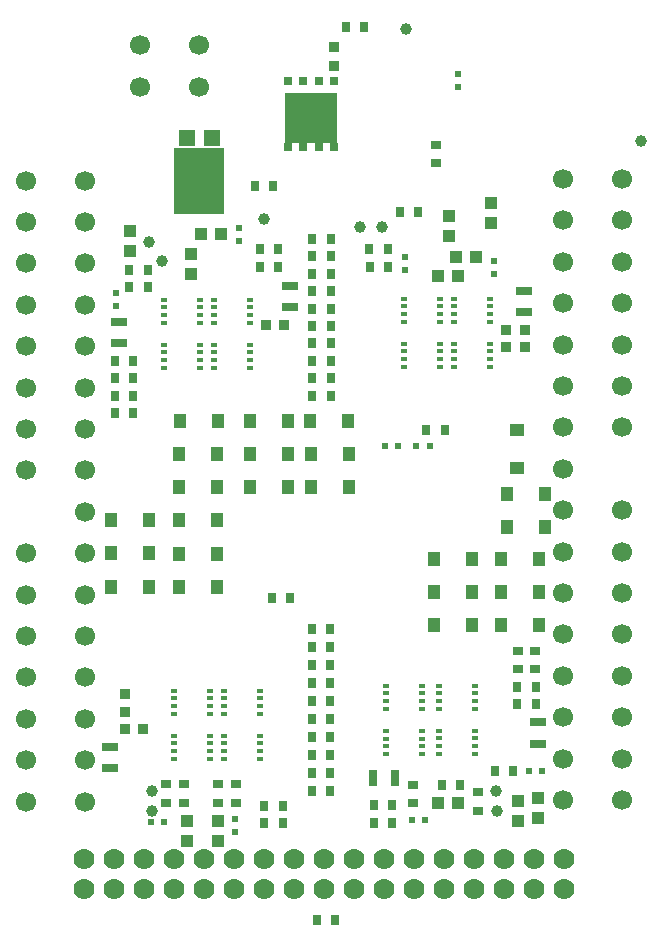
<source format=gbs>
G04 #@! TF.GenerationSoftware,KiCad,Pcbnew,(5.1.9)-1*
G04 #@! TF.CreationDate,2021-04-22T12:56:58-04:00*
G04 #@! TF.ProjectId,RoboRIO-IO-Link-Master,526f626f-5249-44f2-9d49-4f2d4c696e6b,rev?*
G04 #@! TF.SameCoordinates,Original*
G04 #@! TF.FileFunction,Soldermask,Bot*
G04 #@! TF.FilePolarity,Negative*
%FSLAX46Y46*%
G04 Gerber Fmt 4.6, Leading zero omitted, Abs format (unit mm)*
G04 Created by KiCad (PCBNEW (5.1.9)-1) date 2021-04-22 12:56:58*
%MOMM*%
%LPD*%
G01*
G04 APERTURE LIST*
%ADD10R,0.508000X0.406400*%
%ADD11R,0.558800X0.406400*%
%ADD12C,1.699999*%
%ADD13R,1.092200X1.193800*%
%ADD14C,1.778000*%
%ADD15R,1.397000X1.447800*%
%ADD16R,4.191000X5.613400*%
%ADD17C,1.000000*%
%ADD18R,0.500000X0.605600*%
%ADD19R,0.605600X0.500000*%
%ADD20R,1.100000X1.000000*%
%ADD21R,1.000000X1.100000*%
%ADD22R,0.870000X0.930000*%
%ADD23R,0.930000X0.870000*%
%ADD24R,4.510001X4.295000*%
%ADD25R,0.675000X0.655000*%
%ADD26R,0.675000X0.750001*%
%ADD27R,0.812800X0.762000*%
%ADD28R,0.762000X0.812800*%
%ADD29R,0.803200X1.450000*%
%ADD30R,1.450000X0.803200*%
%ADD31R,1.193800X1.092200*%
G04 APERTURE END LIST*
D10*
X45002300Y-89570199D03*
X45002300Y-88920201D03*
X45002300Y-88270199D03*
X45002300Y-87620201D03*
D11*
X41967300Y-87620201D03*
X41967300Y-88270199D03*
X41967300Y-88920201D03*
X41967300Y-89570199D03*
D10*
X46183700Y-87620201D03*
X46183700Y-88270199D03*
X46183700Y-88920201D03*
X46183700Y-89570199D03*
D11*
X49218700Y-89570199D03*
X49218700Y-88920201D03*
X49218700Y-88270199D03*
X49218700Y-87620201D03*
D10*
X46183700Y-91430201D03*
X46183700Y-92080199D03*
X46183700Y-92730201D03*
X46183700Y-93380199D03*
D11*
X49218700Y-93380199D03*
X49218700Y-92730201D03*
X49218700Y-92080199D03*
X49218700Y-91430201D03*
D10*
X45002300Y-93380199D03*
X45002300Y-92730201D03*
X45002300Y-92080199D03*
X45002300Y-91430201D03*
D11*
X41967300Y-91430201D03*
X41967300Y-92080199D03*
X41967300Y-92730201D03*
X41967300Y-93380199D03*
D10*
X66503700Y-87518601D03*
X66503700Y-88168599D03*
X66503700Y-88818601D03*
X66503700Y-89468599D03*
D11*
X69538700Y-89468599D03*
X69538700Y-88818601D03*
X69538700Y-88168599D03*
X69538700Y-87518601D03*
D10*
X65322300Y-89468599D03*
X65322300Y-88818601D03*
X65322300Y-88168599D03*
X65322300Y-87518601D03*
D11*
X62287300Y-87518601D03*
X62287300Y-88168599D03*
X62287300Y-88818601D03*
X62287300Y-89468599D03*
D10*
X65322300Y-93278599D03*
X65322300Y-92628601D03*
X65322300Y-91978599D03*
X65322300Y-91328601D03*
D11*
X62287300Y-91328601D03*
X62287300Y-91978599D03*
X62287300Y-92628601D03*
X62287300Y-93278599D03*
D10*
X66503700Y-91328601D03*
X66503700Y-91978599D03*
X66503700Y-92628601D03*
X66503700Y-93278599D03*
D11*
X69538700Y-93278599D03*
X69538700Y-92628601D03*
X69538700Y-91978599D03*
X69538700Y-91328601D03*
D10*
X65284500Y-120284601D03*
X65284500Y-120934599D03*
X65284500Y-121584601D03*
X65284500Y-122234599D03*
D11*
X68319500Y-122234599D03*
X68319500Y-121584601D03*
X68319500Y-120934599D03*
X68319500Y-120284601D03*
D12*
X80720006Y-94927997D03*
X75720006Y-91427999D03*
X75720006Y-101938397D03*
X80720006Y-87917597D03*
X80720006Y-84417599D03*
X75720006Y-98438399D03*
X75720006Y-80907197D03*
X75720006Y-87917597D03*
X80720006Y-98438399D03*
X80720006Y-80907197D03*
X75720006Y-84417599D03*
X75720006Y-77407199D03*
X80720006Y-77407199D03*
X75720006Y-94927997D03*
X80720006Y-91427999D03*
X80720006Y-108948797D03*
X75720006Y-105448799D03*
X75720006Y-115959197D03*
X75720006Y-112459199D03*
X80720006Y-115959197D03*
X80720006Y-112459199D03*
X75720006Y-108948797D03*
X80720006Y-105448799D03*
X75720006Y-122969597D03*
X75720006Y-119469599D03*
X80720006Y-122969597D03*
X80720006Y-119469599D03*
X75720006Y-129979997D03*
X80720006Y-129979997D03*
X80720006Y-126479999D03*
X75720006Y-126479999D03*
D10*
X65284500Y-124120001D03*
X65284500Y-124769999D03*
X65284500Y-125420001D03*
X65284500Y-126069999D03*
D11*
X68319500Y-126069999D03*
X68319500Y-125420001D03*
X68319500Y-124769999D03*
X68319500Y-124120001D03*
D10*
X63798300Y-126095399D03*
X63798300Y-125445401D03*
X63798300Y-124795399D03*
X63798300Y-124145401D03*
D11*
X60763300Y-124145401D03*
X60763300Y-124795399D03*
X60763300Y-125445401D03*
X60763300Y-126095399D03*
D10*
X63798300Y-122234599D03*
X63798300Y-121584601D03*
X63798300Y-120934599D03*
X63798300Y-120284601D03*
D11*
X60763300Y-120284601D03*
X60763300Y-120934599D03*
X60763300Y-121584601D03*
X60763300Y-122234599D03*
D13*
X73748900Y-112395000D03*
X70523100Y-112395000D03*
D14*
X35179000Y-137541000D03*
X35179000Y-135001000D03*
X75819000Y-137541000D03*
X75819000Y-135001000D03*
X37719000Y-135001000D03*
X37719000Y-137541000D03*
X40259000Y-135001000D03*
X40259000Y-137541000D03*
X42799000Y-137541000D03*
X42799000Y-135001000D03*
X52959000Y-137541000D03*
X47879000Y-135001000D03*
X52959000Y-135001000D03*
X50419000Y-137541000D03*
X45339000Y-137541000D03*
X50419000Y-135001000D03*
X45339000Y-135001000D03*
X47879000Y-137541000D03*
X63119000Y-137541000D03*
X58039000Y-135001000D03*
X63119000Y-135001000D03*
X60579000Y-137541000D03*
X55499000Y-137541000D03*
X60579000Y-135001000D03*
X55499000Y-135001000D03*
X58039000Y-137541000D03*
X68199000Y-137541000D03*
X65659000Y-135001000D03*
X65659000Y-137541000D03*
X68199000Y-135001000D03*
X73279000Y-137541000D03*
X70739000Y-135001000D03*
X70739000Y-137541000D03*
X73279000Y-135001000D03*
D15*
X46008000Y-73901300D03*
X43908000Y-73901300D03*
D16*
X44958000Y-77584300D03*
D17*
X40741600Y-82753200D03*
X41808400Y-84378800D03*
X58572400Y-81483200D03*
X60401200Y-81483200D03*
X40944800Y-130911600D03*
X40944800Y-129235200D03*
X70104000Y-129235200D03*
X70154800Y-130937000D03*
X50444400Y-80772000D03*
X62484000Y-64719200D03*
X82372200Y-74142600D03*
D18*
X66852800Y-68484400D03*
X66852800Y-69590000D03*
D19*
X63353600Y-100025200D03*
X64459200Y-100025200D03*
X61817600Y-99974400D03*
X60712000Y-99974400D03*
X62947200Y-131673600D03*
X64052800Y-131673600D03*
D20*
X65190000Y-130251200D03*
X66890000Y-130251200D03*
D21*
X73660000Y-131533000D03*
X73660000Y-129833000D03*
X71983600Y-130048000D03*
X71983600Y-131748000D03*
D19*
X72904000Y-127508000D03*
X74009600Y-127508000D03*
D22*
X40200800Y-124002800D03*
X38640800Y-124002800D03*
D19*
X42005600Y-131876800D03*
X40900000Y-131876800D03*
D23*
X38658800Y-120987600D03*
X38658800Y-122547600D03*
D21*
X43942000Y-133488800D03*
X43942000Y-131788800D03*
X46532800Y-133488800D03*
X46532800Y-131788800D03*
D18*
X48006000Y-131578000D03*
X48006000Y-132683600D03*
D22*
X70949600Y-90170000D03*
X72509600Y-90170000D03*
D18*
X69951600Y-84334000D03*
X69951600Y-85439600D03*
D22*
X72509600Y-91643200D03*
X70949600Y-91643200D03*
D20*
X66727600Y-83972400D03*
X68427600Y-83972400D03*
D21*
X69621400Y-79402200D03*
X69621400Y-81102200D03*
X66141600Y-80494400D03*
X66141600Y-82194400D03*
D20*
X66876400Y-85598000D03*
X65176400Y-85598000D03*
D18*
X62382400Y-84029200D03*
X62382400Y-85134800D03*
X48361600Y-82645600D03*
X48361600Y-81540000D03*
D22*
X52138800Y-89763600D03*
X50578800Y-89763600D03*
D20*
X45137600Y-82092800D03*
X46837600Y-82092800D03*
D21*
X44246800Y-83732000D03*
X44246800Y-85432000D03*
X39065200Y-81801600D03*
X39065200Y-83501600D03*
D18*
X37896800Y-87077200D03*
X37896800Y-88182800D03*
D12*
X39929999Y-66068001D03*
X39929999Y-69567999D03*
X44929999Y-66068001D03*
X44929999Y-69567999D03*
X30277994Y-112590003D03*
X35277994Y-116090001D03*
X35277994Y-105579603D03*
X30277994Y-119600403D03*
X30277994Y-123100401D03*
X35277994Y-109079601D03*
X35277994Y-126610803D03*
X35277994Y-119600403D03*
X30277994Y-109079601D03*
X30277994Y-126610803D03*
X35277994Y-123100401D03*
X35277994Y-130110801D03*
X30277994Y-130110801D03*
X35277994Y-112590003D03*
X30277994Y-116090001D03*
X30277994Y-98569203D03*
X35277994Y-102069201D03*
X35277994Y-91558803D03*
X35277994Y-95058801D03*
X30277994Y-91558803D03*
X30277994Y-95058801D03*
X35277994Y-98569203D03*
X30277994Y-102069201D03*
X35277994Y-84548403D03*
X35277994Y-88048401D03*
X30277994Y-84548403D03*
X30277994Y-88048401D03*
X35277994Y-77538003D03*
X30277994Y-77538003D03*
X30277994Y-81038001D03*
X35277994Y-81038001D03*
D24*
X54419500Y-72199500D03*
D25*
X52502006Y-74674499D03*
X53780337Y-74674499D03*
X55058668Y-74674499D03*
X56336999Y-74674499D03*
D26*
X56336999Y-69121899D03*
X55058668Y-69121899D03*
X53780337Y-69121899D03*
X52502006Y-69121899D03*
D27*
X64973200Y-76060300D03*
X64973200Y-74510900D03*
D28*
X63512700Y-80162400D03*
X61963300Y-80162400D03*
D23*
X56388000Y-66230500D03*
X56388000Y-67790500D03*
D28*
X65747900Y-98653600D03*
X64198500Y-98653600D03*
X56451500Y-140106400D03*
X54902100Y-140106400D03*
X58940700Y-64516000D03*
X57391300Y-64516000D03*
X51219100Y-77978000D03*
X49669700Y-77978000D03*
X54495700Y-115468400D03*
X56045100Y-115468400D03*
X54495700Y-116992400D03*
X56045100Y-116992400D03*
X54495700Y-118516400D03*
X56045100Y-118516400D03*
X54495700Y-120040400D03*
X56045100Y-120040400D03*
X54495700Y-121564400D03*
X56045100Y-121564400D03*
X59728100Y-130403600D03*
X61277500Y-130403600D03*
X59728100Y-131927600D03*
X61277500Y-131927600D03*
D29*
X59702800Y-128117600D03*
X61506000Y-128117600D03*
D27*
X63042800Y-130263900D03*
X63042800Y-128714500D03*
D28*
X67068700Y-128676400D03*
X65519300Y-128676400D03*
D27*
X68554600Y-130873500D03*
X68554600Y-129324100D03*
D28*
X71513700Y-127508000D03*
X69964300Y-127508000D03*
X71894700Y-120370600D03*
X73444100Y-120370600D03*
X71894700Y-121869200D03*
X73444100Y-121869200D03*
D27*
X71907400Y-118872000D03*
X71907400Y-117322600D03*
X73406000Y-118872000D03*
X73406000Y-117322600D03*
D30*
X73609200Y-125209200D03*
X73609200Y-123406000D03*
D28*
X54495700Y-123088400D03*
X56045100Y-123088400D03*
X54495700Y-124612400D03*
X56045100Y-124612400D03*
X54495700Y-126136400D03*
X56045100Y-126136400D03*
X54495700Y-127660400D03*
X56045100Y-127660400D03*
X54495700Y-129184400D03*
X56045100Y-129184400D03*
X52031900Y-130454400D03*
X50482500Y-130454400D03*
X52031900Y-131927600D03*
X50482500Y-131927600D03*
D30*
X37439600Y-125488800D03*
X37439600Y-127292000D03*
D27*
X42164000Y-130213100D03*
X42164000Y-128663700D03*
X43688000Y-130213100D03*
X43688000Y-128663700D03*
X46532800Y-130213100D03*
X46532800Y-128663700D03*
X48056800Y-130213100D03*
X48056800Y-128663700D03*
D28*
X54546500Y-82473800D03*
X56095900Y-82473800D03*
X54546500Y-83947000D03*
X56095900Y-83947000D03*
X54546500Y-86893400D03*
X56095900Y-86893400D03*
X54546500Y-85420200D03*
X56095900Y-85420200D03*
X54546500Y-88366600D03*
X56095900Y-88366600D03*
X59372500Y-83362800D03*
X60921900Y-83362800D03*
X59385200Y-84836000D03*
X60934600Y-84836000D03*
D30*
X72491600Y-88684000D03*
X72491600Y-86880800D03*
D28*
X54546500Y-89839800D03*
X56095900Y-89839800D03*
X54546500Y-91313000D03*
X56095900Y-91313000D03*
X54546500Y-94259400D03*
X56095900Y-94259400D03*
X54546500Y-92786200D03*
X56095900Y-92786200D03*
X54546500Y-95732600D03*
X56095900Y-95732600D03*
X51625500Y-83362800D03*
X50076100Y-83362800D03*
X51625500Y-84836000D03*
X50076100Y-84836000D03*
D30*
X52628800Y-88277600D03*
X52628800Y-86474400D03*
D28*
X39039800Y-85090000D03*
X40589200Y-85090000D03*
X39052500Y-86563200D03*
X40601900Y-86563200D03*
X39382700Y-97231200D03*
X37833300Y-97231200D03*
X39382700Y-95758000D03*
X37833300Y-95758000D03*
X39382700Y-94284800D03*
X37833300Y-94284800D03*
X39382700Y-92811600D03*
X37833300Y-92811600D03*
D30*
X38201600Y-89522400D03*
X38201600Y-91325600D03*
D13*
X73748900Y-109601000D03*
X70523100Y-109601000D03*
X73748900Y-115189000D03*
X70523100Y-115189000D03*
X68033900Y-115189000D03*
X64808100Y-115189000D03*
X68033900Y-109601000D03*
X64808100Y-109601000D03*
X68033900Y-112395000D03*
X64808100Y-112395000D03*
X43243500Y-106273600D03*
X46469300Y-106273600D03*
X43243500Y-111912400D03*
X46469300Y-111912400D03*
X43243500Y-109118400D03*
X46469300Y-109118400D03*
X37488299Y-111912400D03*
X40714099Y-111912400D03*
X37452300Y-106273600D03*
X40678100Y-106273600D03*
X37488299Y-109095699D03*
X40714099Y-109095699D03*
X57645300Y-103479600D03*
X54419500Y-103479600D03*
X57594500Y-97891600D03*
X54368700Y-97891600D03*
X57645300Y-100685600D03*
X54419500Y-100685600D03*
D31*
X71831200Y-98615500D03*
X71831200Y-101841300D03*
D13*
X74256900Y-106883200D03*
X71031100Y-106883200D03*
X74256900Y-104089200D03*
X71031100Y-104089200D03*
X43243500Y-103479600D03*
X46469300Y-103479600D03*
X43294300Y-97891600D03*
X46520100Y-97891600D03*
X43243500Y-100685600D03*
X46469300Y-100685600D03*
X49288700Y-103479600D03*
X52514500Y-103479600D03*
X49237900Y-97891600D03*
X52463700Y-97891600D03*
X49288700Y-100685600D03*
X52514500Y-100685600D03*
D10*
X45865900Y-122666399D03*
X45865900Y-122016401D03*
X45865900Y-121366399D03*
X45865900Y-120716401D03*
D11*
X42830900Y-120716401D03*
X42830900Y-121366399D03*
X42830900Y-122016401D03*
X42830900Y-122666399D03*
D10*
X45891300Y-126476399D03*
X45891300Y-125826401D03*
X45891300Y-125176399D03*
X45891300Y-124526401D03*
D11*
X42856300Y-124526401D03*
X42856300Y-125176399D03*
X42856300Y-125826401D03*
X42856300Y-126476399D03*
D10*
X47098100Y-120716401D03*
X47098100Y-121366399D03*
X47098100Y-122016401D03*
X47098100Y-122666399D03*
D11*
X50133100Y-122666399D03*
X50133100Y-122016401D03*
X50133100Y-121366399D03*
X50133100Y-120716401D03*
D10*
X47098100Y-124526401D03*
X47098100Y-125176399D03*
X47098100Y-125826401D03*
X47098100Y-126476399D03*
D11*
X50133100Y-126476399D03*
X50133100Y-125826401D03*
X50133100Y-125176399D03*
X50133100Y-124526401D03*
D28*
X51079400Y-112903000D03*
X52628800Y-112903000D03*
M02*

</source>
